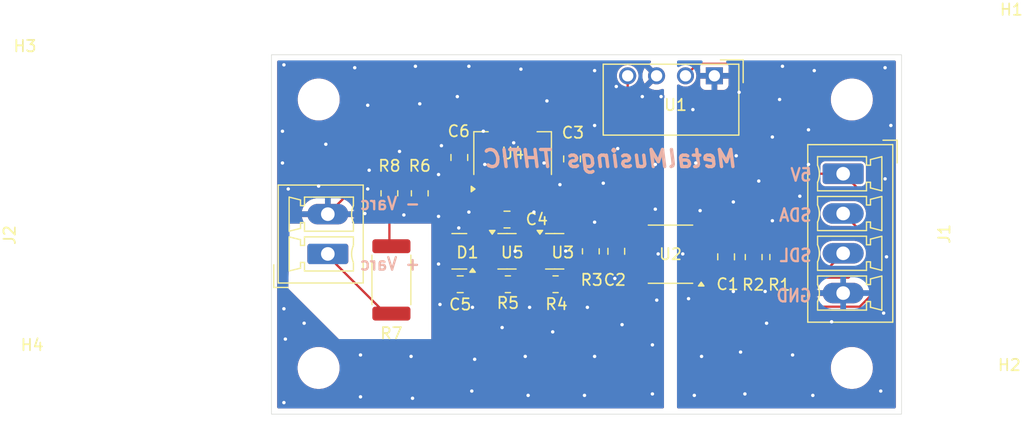
<source format=kicad_pcb>
(kicad_pcb (version 20240108) (generator "pcbnew") (generator_version "8.0")
  (title_block (comment 4 "AISLER Project ID: TCOKWDCI"))
  (layers (0 "F.Cu" signal) (31 "B.Cu" signal) (34 "B.Paste" user) (35 "F.Paste" user) (36 "B.SilkS" user "B.Silkscreen") (37 "F.SilkS" user "F.Silkscreen") (38 "B.Mask" user) (39 "F.Mask" user) (44 "Edge.Cuts" user))
  (net 0 "")
  (net 1 "GND")
  (net 2 "5V")
  (net 3 "GND_ISO")
  (net 4 "Net-(U1-+Vout)")
  (net 5 "VCC_ISO")
  (net 6 "Net-(J1-Pin_2)")
  (net 7 "Net-(J1-Pin_3)")
  (net 8 "Net-(U4-AIN)")
  (net 9 "Net-(U2-SDA2)")
  (net 10 "Net-(U2-SCL2)")
  (net 11 "Net-(D2-COM)")
  (net 12 "Net-(J2-Pin_1)")
  (net 13 "Net-(U7--)")
  (net 14 "Net-(R10-Pad2)")
  (footprint "Package_TO_SOT_SMD:SOT-23-5" (layer "F.Cu") (at 171.4985 100.6075)
    (property "Reference" "U3" (at 0.7135 0.1035 0) (layer "F.SilkS"))
    (property "Value" "MCP3221")
    (fp_line (start 0 -1.56) (end -0.8 -1.56) (stroke (width 0.12)) (layer "F.SilkS"))
    (fp_line (start 0 -1.56) (end 0.8 -1.56) (stroke (width 0.12)) (layer "F.SilkS"))
    (fp_line (start 0 1.56) (end -0.8 1.56) (stroke (width 0.12)) (layer "F.SilkS"))
    (fp_line (start 0 1.56) (end 0.8 1.56) (stroke (width 0.12)) (layer "F.SilkS"))
    (fp_poly (pts (xy -1.3 -1.51) (xy -1.54 -1.84) (xy -1.06 -1.84) (xy -1.3 -1.51)) (stroke (width 0.12)) (fill solid) (layer "F.SilkS"))
    (pad "1" smd roundrect (at -1.1375 -0.95) (size 1.325 0.6) (layers "F.Cu" "F.Paste" "F.Mask") (net 5 "VCC_ISO"))
    (pad "2" smd roundrect (at -1.1375 0) (size 1.325 0.6) (layers "F.Cu" "F.Paste" "F.Mask") (net 3 "GND_ISO"))
    (pad "3" smd roundrect (at -1.1375 0.95) (size 1.325 0.6) (layers "F.Cu" "F.Paste" "F.Mask") (net 8 "Net-(U4-AIN)"))
    (pad "4" smd roundrect (at 1.1375 0.95) (size 1.325 0.6) (layers "F.Cu" "F.Paste" "F.Mask") (net 9 "Net-(U2-SDA2)"))
    (pad "5" smd roundrect (at 1.1375 -0.95) (size 1.325 0.6) (layers "F.Cu" "F.Paste" "F.Mask") (net 10 "Net-(U2-SCL2)"))
  )
  (footprint "Package_TO_SOT_SMD:SOT-23-5" (layer "F.Cu") (at 167.3075 100.6075)
    (property "Reference" "U5" (at 0.4595 0.1035 0) (layer "F.SilkS"))
    (property "Value" "LMV321")
    (fp_line (start 0 -1.56) (end -0.8 -1.56) (stroke (width 0.12)) (layer "F.SilkS"))
    (fp_line (start 0 -1.56) (end 0.8 -1.56) (stroke (width 0.12)) (layer "F.SilkS"))
    (fp_line (start 0 1.56) (end -0.8 1.56) (stroke (width 0.12)) (layer "F.SilkS"))
    (fp_line (start 0 1.56) (end 0.8 1.56) (stroke (width 0.12)) (layer "F.SilkS"))
    (fp_poly (pts (xy -1.3 -1.51) (xy -1.54 -1.84) (xy -1.06 -1.84) (xy -1.3 -1.51)) (stroke (width 0.12)) (fill solid) (layer "F.SilkS"))
    (pad "1" smd roundrect (at -1.1375 -0.95) (size 1.325 0.6) (layers "F.Cu" "F.Paste" "F.Mask") (net 11 "Net-(D2-COM)"))
    (pad "2" smd roundrect (at -1.1375 0) (size 1.325 0.6) (layers "F.Cu" "F.Paste" "F.Mask") (net 3 "GND_ISO"))
    (pad "3" smd roundrect (at -1.1375 0.95) (size 1.325 0.6) (layers "F.Cu" "F.Paste" "F.Mask") (net 13 "Net-(U7--)"))
    (pad "4" smd roundrect (at 1.1375 0.95) (size 1.325 0.6) (layers "F.Cu" "F.Paste" "F.Mask") (net 13 "Net-(U7--)"))
    (pad "5" smd roundrect (at 1.1375 -0.95) (size 1.325 0.6) (layers "F.Cu" "F.Paste" "F.Mask") (net 5 "VCC_ISO"))
  )
  (footprint "MountingHole:MountingHole_3.2mm_M3" (layer "F.Cu") (at 197.612 87.249)
    (property "Reference" "H1" (at 14.0185 -7.9055 0) (layer "F.SilkS"))
    (property "Value" "MountingHole")
    (pad "" np_thru_hole circle (at 0 0) (size 3.2 3.2) (drill 3.2) (layers "*.Cu" "*.Mask"))
  )
  (footprint "Resistor_SMD:R_0805_2012Metric" (layer "F.Cu") (at 188.985867 101.115081 -90)
    (property "Reference" "R2" (at 2.4365 0.03875 180) (layer "F.SilkS"))
    (property "Value" "2k2")
    (fp_line (start -0.227064 0.735) (end 0.227064 0.735) (stroke (width 0.12)) (layer "F.SilkS"))
    (fp_line (start -0.227064 -0.735) (end 0.227064 -0.735) (stroke (width 0.12)) (layer "F.SilkS"))
    (pad "1" smd roundrect (at -0.9125 0 270) (size 1.025 1.4) (layers "F.Cu" "F.Paste" "F.Mask") (roundrect_rratio 0.243902) (net 2 "5V"))
    (pad "2" smd roundrect (at 0.9125 0 270) (size 1.025 1.4) (layers "F.Cu" "F.Paste" "F.Mask") (roundrect_rratio 0.243902) (net 6 "Net-(J1-Pin_2)"))
  )
  (footprint "Capacitor_SMD:C_0805_2012Metric" (layer "F.Cu") (at 163.195 103.505)
    (property "Reference" "C5" (at 0 1.778 0) (layer "F.SilkS"))
    (property "Value" "1nF")
    (fp_line (start -0.261252 -0.735) (end 0.261252 -0.735) (stroke (width 0.12)) (layer "F.SilkS"))
    (fp_line (start -0.261252 0.735) (end 0.261252 0.735) (stroke (width 0.12)) (layer "F.SilkS"))
    (pad "1" smd roundrect (at -0.95 0) (size 1 1.45) (layers "F.Cu" "F.Paste" "F.Mask") (net 11 "Net-(D2-COM)"))
    (pad "2" smd roundrect (at 0.95 0) (size 1 1.45) (layers "F.Cu" "F.Paste" "F.Mask") (net 3 "GND_ISO"))
  )
  (footprint "Package_TO_SOT_SMD:SOT-23" (layer "F.Cu") (at 163.1165 100.6075 180)
    (property "Reference" "D1" (at -0.7135 -0.1035 0) (layer "F.SilkS"))
    (property "Value" "BAT54S")
    (fp_line (start 0 1.56) (end 0.65 1.56) (stroke (width 0.12)) (layer "F.SilkS"))
    (fp_line (start 0 1.56) (end -0.65 1.56) (stroke (width 0.12)) (layer "F.SilkS"))
    (fp_line (start 0 -1.56) (end 0.65 -1.56) (stroke (width 0.12)) (layer "F.SilkS"))
    (fp_line (start 0 -1.56) (end -0.65 -1.56) (stroke (width 0.12)) (layer "F.SilkS"))
    (fp_poly (pts (xy -1.1625 -1.51) (xy -1.4025 -1.84) (xy -0.9225 -1.84) (xy -1.1625 -1.51)) (stroke (width 0.12)) (fill solid) (layer "F.SilkS"))
    (pad "1" smd roundrect (at -0.9375 -0.95 180) (size 1.475 0.6) (layers "F.Cu" "F.Paste" "F.Mask") (net 3 "GND_ISO"))
    (pad "2" smd roundrect (at -0.9375 0.95 180) (size 1.475 0.6) (layers "F.Cu" "F.Paste" "F.Mask") (net 5 "VCC_ISO"))
    (pad "3" smd roundrect (at 0.9375 0 180) (size 1.475 0.6) (layers "F.Cu" "F.Paste" "F.Mask") (net 11 "Net-(D2-COM)"))
  )
  (footprint "Capacitor_SMD:C_0805_2012Metric" (layer "F.Cu") (at 176.911 100.6075 90)
    (property "Reference" "C2" (at -2.5165 -0.127 180) (layer "F.SilkS"))
    (property "Value" "100nF")
    (fp_line (start -0.261252 -0.735) (end 0.261252 -0.735) (stroke (width 0.12)) (layer "F.SilkS"))
    (fp_line (start -0.261252 0.735) (end 0.261252 0.735) (stroke (width 0.12)) (layer "F.SilkS"))
    (pad "1" smd roundrect (at -0.95 0 90) (size 1 1.45) (layers "F.Cu" "F.Paste" "F.Mask") (net 5 "VCC_ISO"))
    (pad "2" smd roundrect (at 0.95 0 90) (size 1 1.45) (layers "F.Cu" "F.Paste" "F.Mask") (net 3 "GND_ISO"))
  )
  (footprint "Capacitor_SMD:C_0805_2012Metric" (layer "F.Cu") (at 167.3075 97.8135 180)
    (property "Reference" "C4" (at -2.6185 0.0235 180) (layer "F.SilkS"))
    (property "Value" "100nF")
    (fp_line (start -0.261252 0.735) (end 0.261252 0.735) (stroke (width 0.12)) (layer "F.SilkS"))
    (fp_line (start -0.261252 -0.735) (end 0.261252 -0.735) (stroke (width 0.12)) (layer "F.SilkS"))
    (pad "1" smd roundrect (at -0.95 0 180) (size 1 1.45) (layers "F.Cu" "F.Paste" "F.Mask") (net 5 "VCC_ISO"))
    (pad "2" smd roundrect (at 0.95 0 180) (size 1 1.45) (layers "F.Cu" "F.Paste" "F.Mask") (net 3 "GND_ISO"))
  )
  (footprint "MountingHole:MountingHole_3.2mm_M3" (layer "F.Cu") (at 150.759 87.249)
    (property "Reference" "H3" (at -25.81 -4.694 0) (layer "F.SilkS"))
    (property "Value" "MountingHole")
    (pad "" np_thru_hole circle (at 0 0) (size 3.2 3.2) (drill 3.2) (layers "*.Cu" "*.Mask"))
  )
  (footprint "Resistor_SMD:R_0805_2012Metric" (layer "F.Cu") (at 167.386 103.505 180)
    (property "Reference" "R5" (at 0 -1.65 0) (layer "F.SilkS"))
    (property "Value" "47")
    (fp_line (start -0.227064 0.735) (end 0.227064 0.735) (stroke (width 0.12)) (layer "F.SilkS"))
    (fp_line (start -0.227064 -0.735) (end 0.227064 -0.735) (stroke (width 0.12)) (layer "F.SilkS"))
    (pad "1" smd roundrect (at -0.9125 0 180) (size 1.025 1.4) (layers "F.Cu" "F.Paste" "F.Mask") (roundrect_rratio 0.243902) (net 8 "Net-(U4-AIN)"))
    (pad "2" smd roundrect (at 0.9125 0 180) (size 1.025 1.4) (layers "F.Cu" "F.Paste" "F.Mask") (roundrect_rratio 0.243902) (net 13 "Net-(U7--)"))
  )
  (footprint "Resistor_SMD:R_0805_2012Metric" (layer "F.Cu") (at 174.6735 100.6075 90)
    (property "Reference" "R3" (at -2.5165 0.0785 180) (layer "F.SilkS"))
    (property "Value" "2k2")
    (fp_line (start -0.227064 -0.735) (end 0.227064 -0.735) (stroke (width 0.12)) (layer "F.SilkS"))
    (fp_line (start -0.227064 0.735) (end 0.227064 0.735) (stroke (width 0.12)) (layer "F.SilkS"))
    (pad "1" smd roundrect (at -0.9125 0 90) (size 1.025 1.4) (layers "F.Cu" "F.Paste" "F.Mask") (roundrect_rratio 0.243902) (net 5 "VCC_ISO"))
    (pad "2" smd roundrect (at 0.9125 0 90) (size 1.025 1.4) (layers "F.Cu" "F.Paste" "F.Mask") (roundrect_rratio 0.243902) (net 10 "Net-(U2-SCL2)"))
  )
  (footprint "Package_SO:SOIC-8_3.9x4.9mm_P1.27mm" (layer "F.Cu") (at 181.675 100.8615 180)
    (property "Reference" "U2" (at 0 0 0) (layer "F.SilkS"))
    (property "Value" "ISO1540")
    (fp_line (start 0 2.56) (end 1.95 2.56) (stroke (width 0.12)) (layer "F.SilkS"))
    (fp_line (start 0 2.56) (end -1.95 2.56) (stroke (width 0.12)) (layer "F.SilkS"))
    (fp_line (start 0 -2.56) (end 1.95 -2.56) (stroke (width 0.12)) (layer "F.SilkS"))
    (fp_line (start 0 -2.56) (end -1.95 -2.56) (stroke (width 0.12)) (layer "F.SilkS"))
    (fp_poly (pts (xy -2.7 -2.465) (xy -2.94 -2.795) (xy -2.46 -2.795) (xy -2.7 -2.465)) (stroke (width 0.12)) (fill solid) (layer "F.SilkS"))
    (pad "1" smd roundrect (at -2.475 -1.905 180) (size 1.95 0.6) (layers "F.Cu" "F.Paste" "F.Mask") (net 2 "5V"))
    (pad "2" smd roundrect (at -2.475 -0.635 180) (size 1.95 0.6) (layers "F.Cu" "F.Paste" "F.Mask") (net 6 "Net-(J1-Pin_2)"))
    (pad "3" smd roundrect (at -2.475 0.635 180) (size 1.95 0.6) (layers "F.Cu" "F.Paste" "F.Mask") (net 7 "Net-(J1-Pin_3)"))
    (pad "4" smd roundrect (at -2.475 1.905 180) (size 1.95 0.6) (layers "F.Cu" "F.Paste" "F.Mask") (net 1 "GND"))
    (pad "5" smd roundrect (at 2.475 1.905 180) (size 1.95 0.6) (layers "F.Cu" "F.Paste" "F.Mask") (net 3 "GND_ISO"))
    (pad "6" smd roundrect (at 2.475 0.635 180) (size 1.95 0.6) (layers "F.Cu" "F.Paste" "F.Mask") (net 10 "Net-(U2-SCL2)"))
    (pad "7" smd roundrect (at 2.475 -0.635 180) (size 1.95 0.6) (layers "F.Cu" "F.Paste" "F.Mask") (net 9 "Net-(U2-SDA2)"))
    (pad "8" smd roundrect (at 2.475 -1.905 180) (size 1.95 0.6) (layers "F.Cu" "F.Paste" "F.Mask") (net 5 "VCC_ISO"))
  )
  (footprint "MountingHole:MountingHole_3.2mm_M3" (layer "F.Cu") (at 150.749 110.871)
    (property "Reference" "H4" (at -25.175 -2.018 0) (layer "F.SilkS"))
    (property "Value" "MountingHole")
    (pad "" np_thru_hole circle (at 0 0) (size 3.2 3.2) (drill 3.2) (layers "*.Cu" "*.Mask"))
  )
  (footprint "Resistor_SMD:R_2512_6332Metric" (layer "F.Cu") (at 157.1475 103.124 90)
    (property "Reference" "R7" (at -4.699 0 180) (layer "F.SilkS"))
    (property "Value" "100k")
    (fp_line (start -2.177064 -1.71) (end 2.177064 -1.71) (stroke (width 0.12)) (layer "F.SilkS"))
    (fp_line (start -2.177064 1.71) (end 2.177064 1.71) (stroke (width 0.12)) (layer "F.SilkS"))
    (pad "1" smd roundrect (at -2.9625 0 90) (size 1.225 3.35) (layers "F.Cu" "F.Paste" "F.Mask") (roundrect_rratio 0.204082) (net 12 "Net-(J2-Pin_1)"))
    (pad "2" smd roundrect (at 2.9625 0 90) (size 1.225 3.35) (layers "F.Cu" "F.Paste" "F.Mask") (roundrect_rratio 0.204082) (net 14 "Net-(R10-Pad2)"))
  )
  (footprint "Connector_Phoenix_MC:PhoenixContact_MCV_1,5_2-G-3.5_1x02_P3.50mm_Vertical" (layer "F.Cu") (at 151.5595 100.838 90)
    (property "Reference" "J2" (at 1.6625 -27.9615 90) (layer "F.SilkS"))
    (property "Value" "Plasma 300V")
    (fp_line (start -2.95 -4.75) (end -0.95 -4.75) (stroke (width 0.12)) (layer "F.SilkS"))
    (fp_line (start 6.06 -4.36) (end -2.56 -4.36) (stroke (width 0.12)) (layer "F.SilkS"))
    (fp_line (start -2.56 -4.36) (end -2.56 3.11) (stroke (width 0.12)) (layer "F.SilkS"))
    (fp_line (start -2.95 -3.5) (end -2.95 -4.75) (stroke (width 0.12)) (layer "F.SilkS"))
    (fp_line (start 5 -3.4) (end 4.75 -2.4) (stroke (width 0.12)) (layer "F.SilkS"))
    (fp_line (start 2 -3.4) (end 5 -3.4) (stroke (width 0.12)) (layer "F.SilkS"))
    (fp_line (start 1.5 -3.4) (end 1.25 -2.4) (stroke (width 0.12)) (layer "F.SilkS"))
    (fp_line (start -1.5 -3.4) (end 1.5 -3.4) (stroke (width 0.12)) (layer "F.SilkS"))
    (fp_line (start 4.75 -2.4) (end 4.25 -2.4) (stroke (width 0.12)) (layer "F.SilkS"))
    (fp_line (start 4.25 -2.4) (end 4.25 -2.05) (stroke (width 0.12)) (layer "F.SilkS"))
    (fp_line (start 2.75 -2.4) (end 2.25 -2.4) (stroke (width 0.12)) (layer "F.SilkS"))
    (fp_line (start 2.25 -2.4) (end 2 -3.4) (stroke (width 0.12)) (layer "F.SilkS"))
    (fp_line (start 1.25 -2.4) (end 0.75 -2.4) (stroke (width 0.12)) (layer "F.SilkS"))
    (fp_line (start 0.75 -2.4) (end 0.75 -2.05) (stroke (width 0.12)) (layer "F.SilkS"))
    (fp_line (start -0.75 -2.4) (end -1.25 -2.4) (stroke (width 0.12)) (layer "F.SilkS"))
    (fp_line (start -1.25 -2.4) (end -1.5 -3.4) (stroke (width 0.12)) (layer "F.SilkS"))
    (fp_line (start 5 -2.05) (end 5 2.25) (stroke (width 0.12)) (layer "F.SilkS"))
    (fp_line (start 4.25 -2.05) (end 5 -2.05) (stroke (width 0.12)) (layer "F.SilkS"))
    (fp_line (start 2.75 -2.05) (end 2.75 -2.4) (stroke (width 0.12)) (layer "F.SilkS"))
    (fp_line (start 2 -2.05) (end 2.75 -2.05) (stroke (width 0.12)) (layer "F.SilkS"))
    (fp_line (start 1.5 -2.05) (end 1.5 2.25) (stroke (width 0.12)) (layer "F.SilkS"))
    (fp_line (start 0.75 -2.05) (end 1.5 -2.05) (stroke (width 0.12)) (layer "F.SilkS"))
    (fp_line (start -0.75 -2.05) (end -0.75 -2.4) (stroke (width 0.12)) (layer "F.SilkS"))
    (fp_line (start -1.5 -2.05) (end -0.75 -2.05) (stroke (width 0.12)) (layer "F.SilkS"))
    (fp_line (start 5 2.25) (end 4.25 2.25) (stroke (width 0.12)) (layer "F.SilkS"))
    (fp_line (start 2.75 2.25) (end 2 2.25) (stroke (width 0.12)) (layer "F.SilkS"))
    (fp_line (start 2 2.25) (end 2 -2.05) (stroke (width 0.12)) (layer "F.SilkS"))
    (fp_line (start 1.5 2.25) (end 0.75 2.25) (stroke (width 0.12)) (layer "F.SilkS"))
    (fp_line (start -0.75 2.25) (end -1.5 2.25) (stroke (width 0.12)) (layer "F.SilkS"))
    (fp_line (start -1.5 2.25) (end -1.5 -2.05) (stroke (width 0.12)) (layer "F.SilkS"))
    (fp_line (start 6.06 3.11) (end 6.06 -4.36) (stroke (width 0.12)) (layer "F.SilkS"))
    (fp_line (start -2.56 3.11) (end 6.06 3.11) (stroke (width 0.12)) (layer "F.SilkS"))
    (fp_arc (start 2.75 2.25) (mid 3.499807 2.09191) (end 4.249647 2.249844) (stroke (width 0.12)) (layer "F.SilkS"))
    (fp_arc (start -0.75 2.25) (mid -0.000193 2.09191) (end 0.749647 2.249844) (stroke (width 0.12)) (layer "F.SilkS"))
    (pad "1" thru_hole roundrect (at 0 0 90) (size 1.8 3.6) (drill 1.2) (layers "*.Cu" "*.Mask") (roundrect_rratio 0.138889) (net 12 "Net-(J2-Pin_1)"))
    (pad "2" thru_hole oval (at 3.5 0 90) (size 1.8 3.6) (drill 1.2) (layers "*.Cu" "*.Mask") (net 3 "GND_ISO"))
  )
  (footprint "Capacitor_SMD:C_0805_2012Metric" (layer "F.Cu") (at 163.1165 92.3525 -90)
    (property "Reference" "C6" (at -2.3095 0.0485 180) (layer "F.SilkS"))
    (property "Value" "22uF Tant")
    (fp_line (start -0.261252 0.735) (end 0.261252 0.735) (stroke (width 0.12)) (layer "F.SilkS"))
    (fp_line (start -0.261252 -0.735) (end 0.261252 -0.735) (stroke (width 0.12)) (layer "F.SilkS"))
    (pad "1" smd roundrect (at -0.95 0 270) (size 1 1.45) (layers "F.Cu" "F.Paste" "F.Mask") (net 5 "VCC_ISO"))
    (pad "2" smd roundrect (at 0.95 0 270) (size 1 1.45) (layers "F.Cu" "F.Paste" "F.Mask") (net 3 "GND_ISO"))
  )
  (footprint "Capacitor_SMD:C_0805_2012Metric" (layer "F.Cu") (at 186.563 101.092 90)
    (property "Reference" "C1" (at -2.413 0.127 180) (layer "F.SilkS"))
    (property "Value" "100nF")
    (fp_line (start -0.261252 -0.735) (end 0.261252 -0.735) (stroke (width 0.12)) (layer "F.SilkS"))
    (fp_line (start -0.261252 0.735) (end 0.261252 0.735) (stroke (width 0.12)) (layer "F.SilkS"))
    (pad "1" smd roundrect (at -0.95 0 90) (size 1 1.45) (layers "F.Cu" "F.Paste" "F.Mask") (net 2 "5V"))
    (pad "2" smd roundrect (at 0.95 0 90) (size 1 1.45) (layers "F.Cu" "F.Paste" "F.Mask") (net 1 "GND"))
  )
  (footprint "Capacitor_SMD:C_0805_2012Metric" (layer "F.Cu") (at 173.0225 92.4795 90)
    (property "Reference" "C3" (at 2.3095 0.0785 180) (layer "F.SilkS"))
    (property "Value" "10uF")
    (fp_line (start -0.261252 -0.735) (end 0.261252 -0.735) (stroke (width 0.12)) (layer "F.SilkS"))
    (fp_line (start -0.261252 0.735) (end 0.261252 0.735) (stroke (width 0.12)) (layer "F.SilkS"))
    (pad "1" smd roundrect (at -0.95 0 90) (size 1 1.45) (layers "F.Cu" "F.Paste" "F.Mask") (net 4 "Net-(U1-+Vout)"))
    (pad "2" smd roundrect (at 0.95 0 90) (size 1 1.45) (layers "F.Cu" "F.Paste" "F.Mask") (net 3 "GND_ISO"))
  )
  (footprint "MountingHole:MountingHole_3.2mm_M3" (layer "F.Cu") (at 197.612 110.871)
    (property "Reference" "H2" (at 13.843 -0.254 0) (layer "F.SilkS"))
    (property "Value" "MountingHole")
    (pad "" np_thru_hole circle (at 0 0) (size 3.2 3.2) (drill 3.2) (layers "*.Cu" "*.Mask"))
  )
  (footprint "Package_TO_SOT_SMD:SOT-223-3_TabPin2" (layer "F.Cu") (at 167.8015 91.9965 90)
    (property "Reference" "U4" (at 0 0 0) (layer "F.SilkS"))
    (property "Value" "AMS1117-5")
    (fp_line (start 1.91 -3.41) (end 1.91 -2.15) (stroke (width 0.12)) (layer "F.SilkS"))
    (fp_line (start -1.85 -3.41) (end 1.91 -3.41) (stroke (width 0.12)) (layer "F.SilkS"))
    (fp_line (start 1.91 3.41) (end 1.91 2.15) (stroke (width 0.12)) (layer "F.SilkS"))
    (fp_line (start -1.85 3.41) (end 1.91 3.41) (stroke (width 0.12)) (layer "F.SilkS"))
    (fp_poly (pts (xy -3.13 -3.31) (xy -3.37 -3.64) (xy -2.89 -3.64) (xy -3.13 -3.31)) (stroke (width 0.12)) (fill solid) (layer "F.SilkS"))
    (pad "1" smd roundrect (at -3.15 -2.3 90) (size 2 1.5) (layers "F.Cu" "F.Paste" "F.Mask") (net 3 "GND_ISO"))
    (pad "2" smd roundrect (at -3.15 0 90) (size 2 1.5) (layers "F.Cu" "F.Paste" "F.Mask") (net 5 "VCC_ISO"))
    (pad "2" smd roundrect (at 3.15 0 90) (size 2 3.8) (layers "F.Cu" "F.Paste" "F.Mask") (net 5 "VCC_ISO"))
    (pad "3" smd roundrect (at -3.15 2.3 90) (size 2 1.5) (layers "F.Cu" "F.Paste" "F.Mask") (net 4 "Net-(U1-+Vout)"))
  )
  (footprint "Resistor_SMD:R_0805_2012Metric" (layer "F.Cu") (at 156.972 95.504 90)
    (property "Reference" "R8" (at 2.413 0 180) (layer "F.SilkS"))
    (property "Value" "2k7")
    (fp_line (start -0.227064 -0.735) (end 0.227064 -0.735) (stroke (width 0.12)) (layer "F.SilkS"))
    (fp_line (start -0.227064 0.735) (end 0.227064 0.735) (stroke (width 0.12)) (layer "F.SilkS"))
    (pad "1" smd roundrect (at -0.9125 0 90) (size 1.025 1.4) (layers "F.Cu" "F.Paste" "F.Mask") (roundrect_rratio 0.243902) (net 14 "Net-(R10-Pad2)"))
    (pad "2" smd roundrect (at 0.9125 0 90) (size 1.025 1.4) (layers "F.Cu" "F.Paste" "F.Mask") (roundrect_rratio 0.243902) (net 3 "GND_ISO"))
  )
  (footprint "Resistor_SMD:R_0805_2012Metric" (layer "F.Cu") (at 171.577 103.505)
    (property "Reference" "R4" (at 0.0785 1.7545 0) (layer "F.SilkS"))
    (property "Value" "2k2")
    (fp_line (start -0.227064 -0.735) (end 0.227064 -0.735) (stroke (width 0.12)) (layer "F.SilkS"))
    (fp_line (start -0.227064 0.735) (end 0.227064 0.735) (stroke (width 0.12)) (layer "F.SilkS"))
    (pad "1" smd roundrect (at -0.9125 0) (size 1.025 1.4) (layers "F.Cu" "F.Paste" "F.Mask") (roundrect_rratio 0.243902) (net 5 "VCC_ISO"))
    (pad "2" smd roundrect (at 0.9125 0) (size 1.025 1.4) (layers "F.Cu" "F.Paste" "F.Mask") (roundrect_rratio 0.243902) (net 9 "Net-(U2-SDA2)"))
  )
  (footprint "Converter_DCDC:Converter_DCDC_TRACO_TEA1-xxxx_THT" (layer "F.Cu") (at 185.5315 85.1645 -90)
    (property "Reference" "U1" (at 2.569 3.4135 0) (layer "F.SilkS"))
    (property "Value" "B0509S-1WR3")
    (fp_line (start -1.02 9.77) (end 5.22 9.77) (stroke (width 0.12)) (layer "F.SilkS"))
    (fp_line (start -1.4 -0.53) (end -1.4 -2.53) (stroke (width 0.12)) (layer "F.SilkS"))
    (fp_line (start -1.02 -2.15) (end -1.02 9.77) (stroke (width 0.12)) (layer "F.SilkS"))
    (fp_line (start -1.02 -2.15) (end 5.22 -2.15) (stroke (width 0.12)) (layer "F.SilkS"))
    (fp_line (start 5.22 -2.15) (end 5.22 9.77) (stroke (width 0.12)) (layer "F.SilkS"))
    (fp_line (start -1.4 -2.53) (end 0.6 -2.53) (stroke (width 0.12)) (layer "F.SilkS"))
    (pad "1" thru_hole rect (at 0 0 270) (size 1.5 1.5) (drill 1) (layers "*.Cu" "*.Mask") (net 1 "GND"))
    (pad "2" thru_hole circle (at 0 2.54 270) (size 1.5 1.5) (drill 1) (layers "*.Cu" "*.Mask") (net 2 "5V"))
    (pad "3" thru_hole circle (at 0 5.08 270) (size 1.5 1.5) (drill 1) (layers "*.Cu" "*.Mask") (net 3 "GND_ISO"))
    (pad "4" thru_hole circle (at 0 7.62 270) (size 1.5 1.5) (drill 1) (layers "*.Cu" "*.Mask") (net 4 "Net-(U1-+Vout)"))
  )
  (footprint "Resistor_SMD:R_0805_2012Metric" (layer "F.Cu") (at 191.144867 101.115081 -90)
    (property "Reference" "R1" (at 2.4365 -0.08825 180) (layer "F.SilkS"))
    (property "Value" "2k2")
    (fp_line (start -0.227064 0.735) (end 0.227064 0.735) (stroke (width 0.12)) (layer "F.SilkS"))
    (fp_line (start -0.227064 -0.735) (end 0.227064 -0.735) (stroke (width 0.12)) (layer "F.SilkS"))
    (pad "1" smd roundrect (at -0.9125 0 270) (size 1.025 1.4) (layers "F.Cu" "F.Paste" "F.Mask") (roundrect_rratio 0.243902) (net 2 "5V"))
    (pad "2" smd roundrect (at 0.9125 0 270) (size 1.025 1.4) (layers "F.Cu" "F.Paste" "F.Mask") (roundrect_rratio 0.243902) (net 7 "Net-(J1-Pin_3)"))
  )
  (footprint "Connector_Phoenix_MC:PhoenixContact_MCV_1,5_4-G-3.5_1x04_P3.50mm_Vertical" (layer "F.Cu") (at 196.85 93.782 -90)
    (property "Reference" "J1" (at 5.293 -8.89 90) (layer "F.SilkS"))
    (property "Value" "Conn_01x04_Pin")
    (fp_line (start -2.56 3.11) (end 13.06 3.11) (stroke (width 0.12)) (layer "F.SilkS"))
    (fp_line (start 13.06 3.11) (end 13.06 -4.36) (stroke (width 0.12)) (layer "F.SilkS"))
    (fp_line (start -1.5 2.25) (end -1.5 -2.05) (stroke (width 0.12)) (layer "F.SilkS"))
    (fp_line (start -0.75 2.25) (end -1.5 2.25) (stroke (width 0.12)) (layer "F.SilkS"))
    (fp_line (start 1.5 2.25) (end 0.75 2.25) (stroke (width 0.12)) (layer "F.SilkS"))
    (fp_line (start 2 2.25) (end 2 -2.05) (stroke (width 0.12)) (layer "F.SilkS"))
    (fp_line (start 2.75 2.25) (end 2 2.25) (stroke (width 0.12)) (layer "F.SilkS"))
    (fp_line (start 5 2.25) (end 4.25 2.25) (stroke (width 0.12)) (layer "F.SilkS"))
    (fp_line (start 5.5 2.25) (end 5.5 -2.05) (stroke (width 0.12)) (layer "F.SilkS"))
    (fp_line (start 6.25 2.25) (end 5.5 2.25) (stroke (width 0.12)) (layer "F.SilkS"))
    (fp_line (start 8.5 2.25) (end 7.75 2.25) (stroke (width 0.12)) (layer "F.SilkS"))
    (fp_line (start 9 2.25) (end 9 -2.05) (stroke (width 0.12)) (layer "F.SilkS"))
    (fp_line (start 9.75 2.25) (end 9 2.25) (stroke (width 0.12)) (layer "F.SilkS"))
    (fp_line (start 12 2.25) (end 11.25 2.25) (stroke (width 0.12)) (layer "F.SilkS"))
    (fp_line (start -1.5 -2.05) (end -0.75 -2.05) (stroke (width 0.12)) (layer "F.SilkS"))
    (fp_line (start -0.75 -2.05) (end -0.75 -2.4) (stroke (width 0.12)) (layer "F.SilkS"))
    (fp_line (start 0.75 -2.05) (end 1.5 -2.05) (stroke (width 0.12)) (layer "F.SilkS"))
    (fp_line (start 1.5 -2.05) (end 1.5 2.25) (stroke (width 0.12)) (layer "F.SilkS"))
    (fp_line (start 2 -2.05) (end 2.75 -2.05) (stroke (width 0.12)) (layer "F.SilkS"))
    (fp_line (start 2.75 -2.05) (end 2.75 -2.4) (stroke (width 0.12)) (layer "F.SilkS"))
    (fp_line (start 4.25 -2.05) (end 5 -2.05) (stroke (width 0.12)) (layer "F.SilkS"))
    (fp_line (start 5 -2.05) (end 5 2.25) (stroke (width 0.12)) (layer "F.SilkS"))
    (fp_line (start 5.5 -2.05) (end 6.25 -2.05) (stroke (width 0.12)) (layer "F.SilkS"))
    (fp_line (start 6.25 -2.05) (end 6.25 -2.4) (stroke (width 0.12)) (layer "F.SilkS"))
    (fp_line (start 7.75 -2.05) (end 8.5 -2.05) (stroke (width 0.12)) (layer "F.SilkS"))
    (fp_line (start 8.5 -2.05) (end 8.5 2.25) (stroke (width 0.12)) (layer "F.SilkS"))
    (fp_line (start 9 -2.05) (end 9.75 -2.05) (stroke (width 0.12)) (layer "F.SilkS"))
    (fp_line (start 9.75 -2.05) (end 9.75 -2.4) (stroke (width 0.12)) (layer "F.SilkS"))
    (fp_line (start 11.25 -2.05) (end 12 -2.05) (stroke (width 0.12)) (layer "F.SilkS"))
    (fp_line (start 12 -2.05) (end 12 2.25) (stroke (width 0.12)) (layer "F.SilkS"))
    (fp_line (start -1.25 -2.4) (end -1.5 -3.4) (stroke (width 0.12)) (layer "F.SilkS"))
    (fp_line (start -0.75 -2.4) (end -1.25 -2.4) (stroke (width 0.12)) (layer "F.SilkS"))
    (fp_line (start 0.75 -2.4) (end 0.75 -2.05) (stroke (width 0.12)) (layer "F.SilkS"))
    (fp_line (start 1.25 -2.4) (end 0.75 -2.4) (stroke (width 0.12)) (layer "F.SilkS"))
    (fp_line (start 2.25 -2.4) (end 2 -3.4) (stroke (width 0.12)) (layer "F.SilkS"))
    (fp_line (start 2.75 -2.4) (end 2.25 -2.4) (stroke (width 0.12)) (layer "F.SilkS"))
    (fp_line (start 4.25 -2.4) (end 4.25 -2.05) (stroke (width 0.12)) (layer "F.SilkS"))
    (fp_line (start 4.75 -2.4) (end 4.25 -2.4) (stroke (width 0.12)) (layer "F.SilkS"))
    (fp_line (start 5.75 -2.4) (end 5.5 -3.4) (stroke (width 0.12)) (layer "F.SilkS"))
    (fp_line (start 6.25 -2.4) (end 5.75 -2.4) (stroke (width 0.12)) (layer "F.SilkS"))
    (fp_line (start 7.75 -2.4) (end 7.75 -2.05) (stroke (width 0.12)) (layer "F.SilkS"))
    (fp_line (start 8.25 -2.4) (end 7.75 -2.4) (stroke (width 0.12)) (layer "F.SilkS"))
    (fp_line (start 9.25 -2.4) (end 9 -3.4) (stroke (width 0.12)) (layer "F.SilkS"))
    (fp_line (start 9.75 -2.4) (end 9.25 -2.4) (stroke (width 0.12)) (layer "F.SilkS"))
    (fp_line (start 11.25 -2.4) (end 11.25 -2.05) (stroke (width 0.12)) (layer "F.SilkS"))
    (fp_line (start 11.75 -2.4) (end 11.25 -2.4) (stroke (width 0.12)) (layer "F.SilkS"))
    (fp_line (start -1.5 -3.4) (end 1.5 -3.4) (stroke (width 0.12)) (layer "F.SilkS"))
    (fp_line (start 1.5 -3.4) (end 1.25 -2.4) (stroke (width 0.12)) (layer "F.SilkS"))
    (fp_line (start 2 -3.4) (end 5 -3.4) (stroke (width 0.12)) (layer "F.SilkS"))
    (fp_line (start 5 -3.4) (end 4.75 -2.4) (stroke (width 0.12)) (layer "F.SilkS"))
    (fp_line (start 5.5 -3.4) (end 8.5 -3.4) (stroke (width 0.12)) (layer "F.SilkS"))
    (fp_line (start 8.5 -3.4) (end 8.25 -2.4) (stroke (width 0.12)) (layer "F.SilkS"))
    (fp_line (start 9 -3.4) (end 12 -3.4) (stroke (width 0.12)) (layer "F.SilkS"))
    (fp_line (start 12 -3.4) (end 11.75 -2.4) (stroke (width 0.12)) (layer "F.SilkS"))
    (fp_line (start -2.95 -3.5) (end -2.95 -4.75) (stroke (width 0.12)) (layer "F.SilkS"))
    (fp_line (start -2.56 -4.36) (end -2.56 3.11) (stroke (width 0.12)) (layer "F.SilkS"))
    (fp_line (start 13.06 -4.36) (end -2.56 -4.36) (stroke (width 0.12)) (layer "F.SilkS"))
    (fp_line (start -2.95 -4.75) (end -0.95 -4.75) (stroke (width 0.12)) (layer "F.SilkS"))
    (fp_arc (start -0.75 2.25) (mid -0.000193 2.09191) (end 0.749647 2.249844) (stroke (width 0.12)) (layer "F.SilkS"))
    (fp_arc (start 2.75 2.25) (mid 3.499807 2.09191) (end 4.249647 2.249844) (stroke (width 0.12)) (layer "F.SilkS"))
    (fp_arc (start 6.25 2.25) (mid 6.999807 2.09191) (end 7.749647 2.249844) (stroke (width 0.12)) (layer "F.SilkS"))
    (fp_arc (start 9.75 2.25) (mid 10.499807 2.09191) (end 11.249647 2.249844) (stroke (width 0.12)) (layer "F.SilkS"))
    (pad "1" thru_hole roundrect (at 0 0 270) (size 1.8 3.6) (drill 1.2) (layers "*.Cu" "*.Mask") (roundrect_rratio 0.138889) (net 2 "5V"))
    (pad "2" thru_hole oval (at 3.5 0 270) (size 1.8 3.6) (drill 1.2) (layers "*.Cu" "*.Mask") (net 6 "Net-(J1-Pin_2)"))
    (pad "3" thru_hole oval (at 7 0 270) (size 1.8 3.6) (drill 1.2) (layers "*.Cu" "*.Mask") (net 7 "Net-(J1-Pin_3)"))
    (pad "4" thru_hole oval (at 10.5 0 270) (size 1.8 3.6) (drill 1.2) (layers "*.Cu" "*.Mask") (net 1 "GND"))
  )
  (footprint "Resistor_SMD:R_0805_2012Metric" (layer "F.Cu") (at 159.639 95.504 -90)
    (property "Reference" "R6" (at -2.413 0 0) (layer "F.SilkS"))
    (property "Value" "10k")
    (fp_line (start -0.227064 0.735) (end 0.227064 0.735) (stroke (width 0.12)) (layer "F.SilkS"))
    (fp_line (start -0.227064 -0.735) (end 0.227064 -0.735) (stroke (width 0.12)) (layer "F.SilkS"))
    (pad "1" smd roundrect (at -0.9125 0 270) (size 1.025 1.4) (layers "F.Cu" "F.Paste" "F.Mask") (roundrect_rratio 0.243902) (net 11 "Net-(D2-COM)"))
    (pad "2" smd roundrect (at 0.9125 0 270) (size 1.025 1.4) (layers "F.Cu" "F.Paste" "F.Mask") (roundrect_rratio 0.243902) (net 14 "Net-(R10-Pad2)"))
  )
  (gr_rect (start 146.6065 83.312) (end 201.9785 114.935) (stroke (width 0.05)) (fill none) (layer "Edge.Cuts"))
  (gr_text "MetalMusings THTIC" (at 187.706 93.345 0) (layer "B.SilkS") (effects (font (size 1.5 1.5) (thickness 0.3) (bold yes) (italic yes)) (justify left bottom mirror)))
  (gr_text "- Varc\n\n\n+ Varc\n" (at 159.766 102.362 0) (layer "B.SilkS") (effects (font (size 1.1 1) (thickness 0.2) (bold yes)) (justify left bottom mirror)))
  (gr_text "5V\n\nSDA\n\nSDL\n\nGND" (at 194.183 105.156 0) (layer "B.SilkS") (effects (font (size 1.1 1) (thickness 0.2) (bold yes)) (justify left bottom mirror)))
  (segment (start 185.3775 98.9565) (end 186.563 100.142) (width 0.2) (layer "F.Cu") (net 1))
  (segment (start 185.5315 98.8025) (end 185.3775 98.9565) (width 0.2) (layer "F.Cu") (net 1))
  (segment (start 185.5315 85.1645) (end 185.5315 98.8025) (width 0.2) (layer "F.Cu") (net 1))
  (segment (start 184.15 98.9565) (end 185.3775 98.9565) (width 0.2) (layer "F.Cu") (net 1))
  (via (at 191.516 84.328) (size 0.6) (drill 0.3) (layers "F.Cu" "B.Cu") (net 1))
  (via (at 188.214 113.157) (size 0.6) (drill 0.3) (layers "F.Cu" "B.Cu") (net 1))
  (via (at 187.833 109.474) (size 0.6) (drill 0.3) (layers "F.Cu" "B.Cu") (net 1))
  (via (at 200.152 112.903) (size 0.6) (drill 0.3) (layers "F.Cu" "B.Cu") (net 1))
  (via (at 187.706 86.614) (size 0.6) (drill 0.3) (layers "F.Cu" "B.Cu") (net 1))
  (via (at 189.43288 94.424882) (size 0.6) (drill 0.3) (layers "F.Cu" "B.Cu") (net 1))
  (via (at 201.041 89.535) (size 0.6) (drill 0.3) (layers "F.Cu" "B.Cu") (net 1))
  (via (at 193.04 95.758) (size 0.6) (drill 0.3) (layers "F.Cu" "B.Cu") (net 1))
  (via (at 183.769 113.284) (size 0.6) (drill 0.3) (layers "F.Cu" "B.Cu") (net 1))
  (via (at 200.533 84.455) (size 0.6) (drill 0.3) (layers "F.Cu" "B.Cu") (net 1))
  (via (at 200.533 94.234) (size 0.6) (drill 0.3) (layers "F.Cu" "B.Cu") (net 1))
  (via (at 184.277 97.028) (size 0.6) (drill 0.3) (layers "F.Cu" "B.Cu") (net 1))
  (via (at 191.262 87.249) (size 0.6) (drill 0.3) (layers "F.Cu" "B.Cu") (net 1))
  (via (at 190.627 97.917) (size 0.6) (drill 0.3) (layers "F.Cu" "B.Cu") (net 1))
  (via (at 200.66 101.092) (size 0.6) (drill 0.3) (layers "F.Cu" "B.Cu") (net 1))
  (via (at 200.406 106.045) (size 0.6) (drill 0.3) (layers "F.Cu" "B.Cu") (net 1))
  (via (at 184.404 109.855) (size 0.6) (drill 0.3) (layers "F.Cu" "B.Cu") (net 1))
  (via (at 192.405 109.728) (size 0.6) (drill 0.3) (layers "F.Cu" "B.Cu") (net 1))
  (via (at 187.452 92.202) (size 0.6) (drill 0.3) (layers "F.Cu" "B.Cu") (net 1))
  (via (at 187.198 104.14) (size 0.6) (drill 0.3) (layers "F.Cu" "B.Cu") (net 1))
  (via (at 183.642 88.138) (size 0.6) (drill 0.3) (layers "F.Cu" "B.Cu") (net 1))
  (via (at 189.992 104.14) (size 0.6) (drill 0.3) (layers "F.Cu" "B.Cu") (net 1))
  (via (at 190.627 90.551) (size 0.6) (drill 0.3) (layers "F.Cu" "B.Cu") (net 1))
  (via (at 187.198 96.266) (size 0.6) (drill 0.3) (layers "F.Cu" "B.Cu") (net 1))
  (via (at 193.802 89.916) (size 0.6) (drill 0.3) (layers "F.Cu" "B.Cu") (net 1))
  (via (at 182.753 100.838) (size 0.6) (drill 0.3) (layers "F.Cu" "B.Cu") (net 1))
  (via (at 194.183 113.284) (size 0.6) (drill 0.3) (layers "F.Cu" "B.Cu") (net 1))
  (via (at 194.31 84.709) (size 0.6) (drill 0.3) (layers "F.Cu" "B.Cu") (net 1))
  (via (at 190.119 106.934) (size 0.6) (drill 0.3) (layers "F.Cu" "B.Cu") (net 1))
  (via (at 183.896 92.837) (size 0.6) (drill 0.3) (layers "F.Cu" "B.Cu") (net 1))
  (via (at 193.802 92.964) (size 0.6) (drill 0.3) (layers "F.Cu" "B.Cu") (net 1))
  (via (at 195.834 106.807) (size 0.6) (drill 0.3) (layers "F.Cu" "B.Cu") (net 1))
  (via (at 183.261 104.775) (size 0.6) (drill 0.3) (layers "F.Cu" "B.Cu") (net 1))
  (segment (start 194.183 104.267) (end 194.198 104.282) (width 0.2) (layer "B.Cu") (net 1))
  (segment (start 194.198 104.282) (end 196.85 104.282) (width 0.2) (layer "B.Cu") (net 1))
  (segment (start 194.183 101.615) (end 185.5315 92.9635) (width 0.2) (layer "B.Cu") (net 1))
  (segment (start 185.5315 92.9635) (end 185.5315 85.1645) (width 0.2) (layer "B.Cu") (net 1))
  (segment (start 194.183 104.267) (end 194.183 101.615) (width 0.2) (layer "B.Cu") (net 1))
  (segment (start 199.39 104.394) (end 199.39 96.322) (width 0.2) (layer "F.Cu") (net 2))
  (segment (start 188.98088 93.782) (end 188.78288 93.98) (width 0.2) (layer "F.Cu") (net 2))
  (segment (start 196.85 93.782) (end 188.98088 93.782) (width 0.2) (layer "F.Cu") (net 2))
  (segment (start 189.01475 100.283) (end 191.17375 100.283) (width 0.2) (layer "F.Cu") (net 2))
  (segment (start 190.003 105.482) (end 198.302 105.482) (width 0.2) (layer "F.Cu") (net 2))
  (segment (start 184.15 102.7665) (end 185.8385 102.7665) (width 0.2) (layer "F.Cu") (net 2))
  (segment (start 188.78288 84.76988) (end 188.78288 93.98) (width 0.2) (layer "F.Cu") (net 2))
  (segment (start 198.302 105.482) (end 199.39 104.394) (width 0.2) (layer "F.Cu") (net 2))
  (segment (start 188.78288 100.05113) (end 189.01475 100.283) (width 0.2) (layer "F.Cu") (net 2))
  (segment (start 188.1275 84.1145) (end 188.78288 84.76988) (width 0.2) (layer "F.Cu") (net 2))
  (segment (start 188.78288 93.98) (end 188.78288 100.05113) (width 0.2) (layer "F.Cu") (net 2))
  (segment (start 199.39 96.322) (end 196.85 93.782) (width 0.2) (layer "F.Cu") (net 2))
  (segment (start 182.9915 85.1645) (end 184.0415 84.1145) (width 0.2) (layer "F.Cu") (net 2))
  (segment (start 186.563 102.042) (end 190.003 105.482) (width 0.2) (layer "F.Cu") (net 2))
  (segment (start 185.8385 102.7665) (end 186.563 102.042) (width 0.2) (layer "F.Cu") (net 2))
  (segment (start 184.0415 84.1145) (end 188.1275 84.1145) (width 0.2) (layer "F.Cu") (net 2))
  (segment (start 164.8695 97.8135) (end 164.592 97.536) (width 0.2) (layer "F.Cu") (net 3))
  (segment (start 159.2912 92.2723) (end 162.0864 92.2723) (width 0.2) (layer "F.Cu") (net 3))
  (segment (start 147.701 104.394) (end 147.701 98.171) (width 0.2) (layer "F.Cu") (net 3))
  (segment (start 164.145 103.505) (end 164.272 103.632) (width 0.2) (layer "F.Cu") (net 3))
  (segment (start 178.4985 97.0915) (end 176.911 98.679) (width 0.2) (layer "F.Cu") (net 3))
  (segment (start 148.534 97.338) (end 151.5595 97.338) (width 0.2) (layer "F.Cu") (net 3))
  (segment (start 179.361 84.074) (end 180.4515 85.1645) (width 0.2) (layer "F.Cu") (net 3))
  (segment (start 176.911 98.679) (end 176.911 99.6575) (width 0.2) (layer "F.Cu") (net 3))
  (segment (start 173.0225 88.568575) (end 177.517075 84.074) (width 0.2) (layer "F.Cu") (net 3))
  (segment (start 179.197 86.419) (end 179.197 86.995) (width 0.2) (layer "F.Cu") (net 3))
  (segment (start 156.972 94.5915) (end 159.2912 92.2723) (width 0.2) (layer "F.Cu") (net 3))
  (segment (start 169.5367 87.5235) (end 165.4377 87.5235) (width 0.2) (layer "F.Cu") (net 3))
  (segment (start 162.0864 92.2723) (end 163.1165 93.3024) (width 0.2) (layer "F.Cu") (net 3))
  (segment (start 151.5595 97.338) (end 154.306 94.5915) (width 0.2) (layer "F.Cu") (net 3))
  (segment (start 179.197 98.9535) (end 179.2 98.9565) (width 0.2) (layer "F.Cu") (net 3))
  (segment (start 164.272 105.537) (end 164.272 107.889) (width 0.2) (layer "F.Cu") (net 3))
  (segment (start 166.17 100.6075) (end 168.021 100.6075) (width 0.2) (layer "F.Cu") (net 3))
  (segment (start 173.0225 91.5295) (end 173.0225 88.568575) (width 0.2) (layer "F.Cu") (net 3))
  (segment (start 165.5015 96.6265) (end 164.592 97.536) (width 0.2) (layer "F.Cu") (net 3))
  (segment (start 177.517075 84.074) (end 179.361 84.074) (width 0.2) (layer "F.Cu") (net 3))
  (segment (start 164.272 107.889) (end 163.068 109.093) (width 0.2) (layer "F.Cu") (net 3))
  (segment (start 173.0225 91.5295) (end 173.0225 91.0093) (width 0.2) (layer "F.Cu") (net 3))
  (segment (start 164.272 103.632) (end 164.272 105.537) (width 0.2) (layer "F.Cu") (net 3))
  (segment (start 154.306 94.5915) (end 156.972 94.5915) (width 0.2) (layer "F.Cu") (net 3))
  (segment (start 166.17 100.6075) (end 165.222 100.6075) (width 0.2) (layer "F.Cu") (net 3))
  (segment (start 166.3575 97.8135) (end 164.8695 97.8135) (width 0.2) (layer "F.Cu") (net 3))
  (segment (start 147.701 98.171) (end 148.534 97.338) (width 0.2) (layer "F.Cu") (net 3))
  (segment (start 162.0864 90.8748) (end 162.0864 92.2723) (width 0.2) (layer "F.Cu") (net 3))
  (segment (start 163.068 109.093) (end 152.4 109.093) (width 0.2) (layer "F.Cu") (net 3))
  (segment (start 180.4515 85.1645) (end 179.197 86.419) (width 0.2) (layer "F.Cu") (net 3))
  (segment (start 173.0225 91.0093) (end 169.5367 87.5235) (width 0.2) (layer "F.Cu") (net 3))
  (segment (start 179.197 86.995) (end 179.197 98.9535) (width 0.2) (layer "F.Cu") (net 3))
  (segment (start 165.5015 95.1465) (end 165.5015 96.6265) (width 0.2) (layer "F.Cu") (net 3))
  (segment (start 179.2 98.9565) (end 179.2 97.793) (width 0.2) (layer "F.Cu") (net 3))
  (segment (start 168.021 100.6075) (end 170.361 100.6075) (width 0.2) (layer "F.Cu") (net 3))
  (segment (start 164.145 101.6845) (end 164.145 103.505) (width 0.2) (layer "F.Cu") (net 3))
  (segment (start 164.9605 95.1465) (end 163.1165 93.3025) (width 0.2) (layer "F.Cu") (net 3))
  (segment (start 165.222 100.6075) (end 164.145 101.6845) (width 0.2) (layer "F.Cu") (net 3))
  (segment (start 179.2 97.793) (end 178.4985 97.0915) (width 0.2) (layer "F.Cu") (net 3))
  (segment (start 152.4 109.093) (end 147.701 104.394) (width 0.2) (layer "F.Cu") (net 3))
  (segment (start 165.4377 87.5235) (end 162.0864 90.8748) (width 0.2) (layer "F.Cu") (net 3))
  (via (at 155.067 95.123) (size 0.6) (drill 0.3) (layers "F.Cu" "B.Cu") (net 3))
  (via (at 161.417 105.283) (size 0.6) (drill 0.3) (layers "F.Cu" "B.Cu") (net 3))
  (via (at 165.227 90.043) (size 0.6) (drill 0.3) (layers "F.Cu" "B.Cu") (net 3))
  (via (at 179.197 86.995) (size 0.6) (drill 0.3) (layers "F.Cu" "B.Cu") (net 3))
  (via (at 168.529 84.582) (size 0.6) (drill 0.3) (layers "F.Cu" "B.Cu") (net 3))
  (via (at 154.432 109.728) (size 0.6) (drill 0.3) (layers "F.Cu" "B.Cu") (net 3))
  (via (at 164.211 112.903) (size 0.6) (drill 0.3) (layers "F.Cu" "B.Cu") (net 3))
  (via (at 153.924 84.455) (size 0.6) (drill 0.3) (layers "F.Cu" "B.Cu") (net 3))
  (via (at 175.006 84.709) (size 0.6) (drill 0.3) (layers "F.Cu" "B.Cu") (net 3))
  (via (at 155.194 93.472) (size 0.6) (drill 0.3) (layers "F.Cu" "B.Cu") (net 3))
  (via (at 164.272 105.537) (size 0.6) (drill 0.3) (layers "F.Cu" "B.Cu") (net 3))
  (via (at 169.672 97.155) (size 0.6) (drill 0.3) (layers "F.Cu" "B.Cu") (net 3))
  (via (at 151.384 91.186) (size 0.6) (drill 0.3) (layers "F.Cu" "B.Cu") (net 3))
  (via (at 147.701 84.201) (size 0.6) (drill 0.3) (layers "F.Cu" "B.Cu") (net 3))
  (via (at 180.086 108.839) (size 0.6) (drill 0.3) (layers "F.Cu" "B.Cu") (net 3))
  (via (at 154.813 97.282) (size 0.6) (drill 0.3) (layers "F.Cu" "B.Cu") (net 3))
  (via (at 175.768 94.615) (size 0.6) (drill 0.3) (layers "F.Cu" "B.Cu") (net 3))
  (via (at 174.117 113.284) (size 0.6) (drill 0.3) (layers "F.Cu" "B.Cu") (net 3))
  (via (at 180.34 92.964) (size 0.6) (drill 0.3) (layers "F.Cu" "B.Cu") (net 3))
  (via (at 159.004 113.538) (size 0.6) (drill 0.3) (layers "F.Cu" "B.Cu") (net 3))
  (via (at 147.828 108.331) (size 0.6) (drill 0.3) (layers "F.Cu" "B.Cu") (net 3))
  (via (at 163.068 98.552) (size 0.6) (drill 0.3) (layers "F.Cu" "B.Cu") (net 3))
  (via (at 170.561 92.837) (size 0.6) (drill 0.3) (layers "F.Cu" "B.Cu") (net 3))
  (via (at 163.957 97.155) (size 0.6) (drill 0.3) (layers "F.Cu" "B.Cu") (net 3))
  (via (at 169.291 105.537) (size 0.6) (drill 0.3) (layers "F.Cu" "B.Cu") (net 3))
  (via (at 180.848 86.995) (size 0.6) (drill 0.3) (layers "F.Cu" "B.Cu") (net 3))
  (via (at 165.354 92.964) (size 0.6) (drill 0.3) (layers "F.Cu" "B.Cu") (net 3))
  (via (at 175.006 109.855) (size 0.6) (drill 0.3) (layers "F.Cu" "B.Cu") (net 3))
  (via (at 180.467 104.902) (size 0.6) (drill 0.3) (layers "F.Cu" "B.Cu") (net 3))
  (via (at 158.877 109.855) (size 0.6) (drill 0.3) (layers "F.Cu" "B.Cu") (net 3))
  (via (at 149.479 106.934) (size 0.6) (drill 0.3) (layers "F.Cu" "B.Cu") (net 3))
  (via (at 170.815 87.376) (size 0.6) (drill 0.3) (layers "F.Cu" "B.Cu") (net 3))
  (via (at 161.29 97.536) (size 0.6) (drill 0.3) (layers "F.Cu" "B.Cu") (net 3))
  (via (at 177.038 91.567) (size 0.6) (drill 0.3) (layers "F.Cu" "B.Cu") (net 3))
  (via (at 162.941 86.995) (size 0.6) (drill 0.3) (layers "F.Cu" "B.Cu") (net 3))
  (via (at 169.164 113.284) (size 0.6) (drill 0.3) (layers "F.Cu" "B.Cu") (net 3))
  (via (at 175.006 89.535) (size 0.6) (drill 0.3) (layers "F.Cu" "B.Cu") (net 3))
  (via (at 175.006 98.044) (size 0.6) (drill 0.3) (layers "F.Cu" "B.Cu") (net 3))
  (via (at 166.878 107.315) (size 0.6) (drill 0.3) (layers "F.Cu" "B.Cu") (net 3))
  (via (at 154.432 113.411) (size 0.6) (drill 0.3) (layers "F.Cu" "B.Cu") (net 3))
  (via (at 171.958 94.742) (size 0.6) (drill 0.3) (layers "F.Cu" "B.Cu") (net 3))
  (via (at 176.784 102.997) (size 0.6) (drill 0.3) (layers "F.Cu" "B.Cu") (net 3))
  (via (at 167.894 91.059) (size 0.6) (drill 0.3) (layers "F.Cu" "B.Cu") (net 3))
  (via (at 147.574 92.837) (size 0.6) (drill 0.3) (layers "F.Cu" "B.Cu") (net 3))
  (via (at 174.371 105.537) (size 0.6) (drill 0.3) (layers "F.Cu" "B.Cu") (net 3))
  (via (at 158.242 97.409) (size 0.6) (drill 0.3) (layers "F.Cu" "B.Cu") (net 3))
  (via (at 159.258 84.328) (size 0.6) (drill 0.3) (layers "F.Cu" "B.Cu") (net 3))
  (via (at 180.34 96.901) (size 0.6) (drill 0.3) (layers "F.Cu" "B.Cu") (net 3))
  (via (at 147.701 113.919) (size 0.6) (drill 0.3) (layers "F.Cu" "B.Cu") (net 3))
  (via (at 177.419 107.061) (size 0.6) (drill 0.3) (layers "F.Cu" "B.Cu") (net 3))
  (via (at 161.29 93.853) (size 0.6) (drill 0.3) (layers "F.Cu" "B.Cu") (net 3))
  (via (at 159.639 87.63) (size 0.6) (drill 0.3) (layers "F.Cu" "B.Cu") (net 3))
  (via (at 161.544 91.313) (size 0.6) (drill 0.3) (layers "F.Cu" "B.Cu") (net 3))
  (via (at 148.082 95.123) (size 0.6) (drill 0.3) (layers "F.Cu" "B.Cu") (net 3))
  (via (at 163.957 84.328) (size 0.6) (drill 0.3) (layers "F.Cu" "B.Cu") (net 3))
  (via (at 168.91 109.855) (size 0.6) (drill 0.3) (layers "F.Cu" "B.Cu") (net 3))
  (via (at 180.086 113.157) (size 0.6) (drill 0.3) (layers "F.Cu" "B.Cu") (net 3))
  (via (at 161.29 101.727) (size 0.6) (drill 0.3) (layers "F.Cu" "B.Cu") (net 3))
  (via (at 176.911 86.106) (size 0.6) (drill 0.3) (layers "F.Cu" "B.Cu") (net 3))
  (via (at 157.861 91.821) (size 0.6) (drill 0.3) (layers "F.Cu" "B.Cu") (net 3))
  (via (at 180.594 100.838) (size 0.6) (drill 0.3) (layers "F.Cu" "B.Cu") (net 3))
  (via (at 150.749 94.869) (size 0.6) (drill 0.3) (layers "F.Cu" "B.Cu") (net 3))
  (via (at 168.021 100.6075) (size 0.6) (drill 0.3) (layers "F.Cu" "B.Cu") (net 3))
  (via (at 172.466 100.584) (size 0.6) (drill 0.3) (layers "F.Cu" "B.Cu") (net 3))
  (via (at 171.323 107.696) (size 0.6) (drill 0.3) (layers "F.Cu" "B.Cu") (net 3))
  (via (at 164.465 110.109) (size 0.6) (drill 0.3) (layers "F.Cu" "B.Cu") (net 3))
  (via (at 147.574 90.043) (size 0.6) (drill 0.3) (layers "F.Cu" "B.Cu") (net 3))
  (via (at 147.701 105.664) (size 0.6) (drill 0.3) (layers "F.Cu" "B.Cu") (net 3))
  (via (at 155.067 87.757) (size 0.6) (drill 0.3) (layers "F.Cu" "B.Cu") (net 3))
  (segment (start 171.8185 93.4295) (end 170.1015 95.1465) (width 0.2) (layer "F.Cu") (net 4))
  (segment (start 173.0225 93.4295) (end 171.8185 93.4295) (width 0.2) (layer "F.Cu") (net 4))
  (segment (start 177.9115 88.5405) (end 173.0225 93.4295) (width 0.2) (layer "F.Cu") (net 4))
  (segment (start 177.9115 85.1645) (end 177.9115 88.5405) (width 0.2) (layer "F.Cu") (net 4))
  (segment (start 174.6735 101.52) (end 174.6735 103.271244) (width 0.2) (layer "F.Cu") (net 5))
  (segment (start 171.0455 103.124) (end 170.84 103.3295) (width 0.2) (layer "F.Cu") (net 5))
  (segment (start 168.2575 97.8135) (end 167.8015 97.3575) (width 0.2) (layer "F.Cu") (net 5))
  (segment (start 164.7077 99.0038) (end 164.054 99.6575) (width 0.2) (layer "F.Cu") (net 5))
  (segment (start 171.4985 104.113244) (end 171.4985 103.124) (width 0.2) (layer "F.Cu") (net 5))
  (segment (start 170.7132 99.6575) (end 171.4985 100.4428) (width 0.2) (layer "F.Cu") (net 5))
  (segment (start 167.8015 93.9585) (end 165.2455 91.4025) (width 0.2) (layer "F.Cu") (net 5))
  (segment (start 179.2 102.7665) (end 178.12 102.7665) (width 0.2) (layer "F.Cu") (net 5))
  (segment (start 171.4985 103.124) (end 171.0455 103.124) (width 0.2) (layer "F.Cu") (net 5))
  (segment (start 174.6735 103.271244) (end 173.162244 104.7825) (width 0.2) (layer "F.Cu") (net 5))
  (segment (start 168.445 99.6575) (end 170.361 99.6575) (width 0.2) (layer "F.Cu") (net 5))
  (segment (start 170.84 103.3295) (end 170.84 103.7825) (width 0.2) (layer "F.Cu") (net 5))
  (segment (start 168.2575 97.8135) (end 168.2575 99.0038) (width 0.2) (layer "F.Cu") (net 5))
  (segment (start 171.4985 100.4428) (end 171.4985 103.124) (width 0.2) (layer "F.Cu") (net 5))
  (segment (start 172.167756 104.7825) (end 171.4985 104.113244) (width 0.2) (layer "F.Cu") (net 5))
  (segment (start 168.2575 99.0038) (end 168.2575 99.47) (width 0.2) (layer "F.Cu") (net 5))
  (segment (start 165.2455 91.4025) (end 163.1165 91.4025) (width 0.2) (layer "F.Cu") (net 5))
  (segment (start 167.8015 95.1465) (end 167.8015 93.9585) (width 0.2) (layer "F.Cu") (net 5))
  (segment (start 168.2575 99.0038) (end 164.7077 99.0038) (width 0.2) (layer "F.Cu") (net 5))
  (segment (start 167.8015 97.3575) (end 167.8015 95.1465) (width 0.2) (layer "F.Cu") (net 5))
  (segment (start 173.162244 104.7825) (end 172.167756 104.7825) (width 0.2) (layer "F.Cu") (net 5))
  (segment (start 178.12 102.7665) (end 176.911 101.5575) (width 0.2) (layer "F.Cu") (net 5))
  (segment (start 176.911 101.5575) (end 174.711 101.5575) (width 0.2) (layer "F.Cu") (net 5))
  (segment (start 167.8015 88.8465) (end 165.2455 91.4025) (width 0.2) (layer "F.Cu") (net 5))
  (segment (start 184.15 101.4965) (end 184.3795 101.267) (width 0.15) (layer "F.Cu") (net 6))
  (segment (start 198.95 101.279056) (end 198.95 99.382) (width 0.2) (layer "F.Cu") (net 6))
  (segment (start 187.44667 101.394) (end 187.912 101.394) (width 0.15) (layer "F.Cu") (net 6))
  (segment (start 197.308556 102.9205) (end 198.95 101.279056) (width 0.2) (layer "F.Cu") (net 6))
  (segment (start 184.3795 101.267) (end 187.31967 101.267) (width 0.15) (layer "F.Cu") (net 6))
  (segment (start 187.31967 101.267) (end 187.44667 101.394) (width 0.15) (layer "F.Cu") (net 6))
  (segment (start 198.95 99.382) (end 196.85 97.282) (width 0.2) (layer "F.Cu") (net 6))
  (segment (start 189.82725 102.9205) (end 197.308556 102.9205) (width 0.2) (layer "F.Cu") (net 6))
  (segment (start 189.01475 102.108) (end 188.626 102.108) (width 0.2) (layer "F.Cu") (net 6))
  (segment (start 189.01475 102.108) (end 189.82725 102.9205) (width 0.2) (layer "F.Cu") (net 6))
  (segment (start 188.626 102.108) (end 187.912 101.394) (width 0.2) (layer "F.Cu") (net 6))
  (segment (start 188.214 101.092) (end 188.039 100.917) (width 0.2) (layer "F.Cu") (net 7))
  (segment (start 188.039 100.917) (end 187.5 100.917) (width 0.2) (layer "F.Cu") (net 7))
  (segment (start 184.8126 100.2265) (end 185.5031 100.917) (width 0.15) (layer "F.Cu") (net 7))
  (segment (start 195.524 102.108) (end 191.17375 102.108) (width 0.2) (layer "F.Cu") (net 7))
  (segment (start 191.17375 102.108) (end 190.15775 101.092) (width 0.2) (layer "F.Cu") (net 7))
  (segment (start 190.15775 101.092) (end 188.214 101.092) (width 0.2) (layer "F.Cu") (net 7))
  (segment (start 196.85 100.782) (end 195.524 102.108) (width 0.2) (layer "F.Cu") (net 7))
  (segment (start 185.5031 100.917) (end 187.5 100.917) (width 0.15) (layer "F.Cu") (net 7))
  (segment (start 170.361 101.5575) (end 170.3495 101.5575) (width 0.2) (layer "F.Cu") (net 8))
  (segment (start 170.3495 101.5575) (end 168.39 103.517) (width 0.2) (layer "F.Cu") (net 8))
  (segment (start 168.39 103.517) (end 168.39 103.5285) (width 0.2) (layer "F.Cu") (net 8))
  (segment (start 175.4425 100.7825) (end 175.3925 100.7325) (width 0.15) (layer "F.Cu") (net 9))
  (segment (start 172.665 103.7825) (end 173.1748 103.7825) (width 0.2) (layer "F.Cu") (net 9))
  (segment (start 178.78661 101.08311) (end 177.911 101.08311) (width 0.15) (layer "F.Cu") (net 9))
  (segment (start 173.1748 103.7825) (end 173.5198 103.4375) (width 0.2) (layer "F.Cu") (net 9))
  (segment (start 177.911 101.08311) (end 177.61039 100.7825) (width 0.15) (layer "F.Cu") (net 9))
  (segment (start 179.2 101.4965) (end 178.78661 101.08311) (width 0.15) (layer "F.Cu") (net 9))
  (segment (start 173.461 100.7325) (end 172.636 101.5575) (width 0.15) (layer "F.Cu") (net 9))
  (segment (start 173.5198 103.4375) (end 173.5198 102.4413) (width 0.2) (layer "F.Cu") (net 9))
  (segment (start 175.3925 100.7325) (end 173.461 100.7325) (width 0.15) (layer "F.Cu") (net 9))
  (segment (start 173.5198 102.4413) (end 172.636 101.5575) (width 0.2) (layer "F.Cu") (net 9))
  (segment (start 177.61039 100.7825) (end 175.4425 100.7825) (width 0.15) (layer "F.Cu") (net 9))
  (segment (start 178.994 100.4325) (end 176.21161 100.4325) (width 0.15) (layer "F.Cu") (net 10))
  (segment (start 175.47411 99.695) (end 174.6735 99.695) (width 0.15) (layer "F.Cu") (net 10))
  (segment (start 176.21161 100.4325) (end 175.47411 99.695) (width 0.15) (layer "F.Cu") (net 10))
  (segment (start 172.636 99.6575) (end 174.636 99.6575) (width 0.2) (layer "F.Cu") (net 10))
  (segment (start 162.179 100.6075) (end 162.179 97.1315) (width 0.2) (layer "F.Cu") (net 11))
  (segment (start 162.179 97.1315) (end 159.639 94.5915) (width 0.2) (layer "F.Cu") (net 11))
  (segment (start 165.4821 99.6575) (end 164.5321 100.6075) (width 0.2) (layer "F.Cu") (net 11))
  (segment (start 164.5321 100.6075) (end 162.179 100.6075) (width 0.2) (layer "F.Cu") (net 11))
  (segment (start 166.17 99.6575) (end 165.4821 99.6575) (width 0.2) (layer "F.Cu") (net 11))
  (segment (start 162.179 103.439) (end 162.372 103.632) (width 0.2) (layer "F.Cu") (net 11))
  (segment (start 162.179 100.6075) (end 162.179 103.439) (width 0.2) (layer "F.Cu") (net 11))
  (segment (start 151.899 100.838) (end 151.899 101.353) (width 0.2) (layer "F.Cu") (net 12))
  (segment (start 151.899 101.353) (end 156.6325 106.0865) (width 0.2) (layer "F.Cu") (net 12))
  (segment (start 156.6325 106.0865) (end 157.1475 106.0865) (width 0.2) (layer "F.Cu") (net 12))
  (segment (start 166.4735 101.5575) (end 166.4735 103.48) (width 0.2) (layer "F.Cu") (net 13))
  (segment (start 168.445 101.5575) (end 166.4735 101.5575) (width 0.2) (layer "F.Cu") (net 13))
  (segment (start 166.4735 103.48) (end 166.522 103.5285) (width 0.2) (layer "F.Cu") (net 13))
  (segment (start 159.639 96.4165) (end 156.972 96.4165) (width 0.2) (layer "F.Cu") (net 14))
  (segment (start 156.972 96.4165) (end 156.972 99.986) (width 0.2) (layer "F.Cu") (net 14))
  (segment (start 156.972 99.986) (end 157.1475 100.1615) (width 0.2) (layer "F.Cu") (net 14))
  (zone (net 1) (net_name "GND") (layers "F&B.Cu") (priority 1) (connect_pads (clearance 0)) (min_thickness 0.25) (fill yes (thermal_gap 0.5) (thermal_bridge_width 0.5))
    (polygon (pts (xy 182.245 83.312) (xy 202.057 83.312) (xy 202.057 114.935) (xy 182.245 114.935)))
  )
  (zone (net 0) (net_name "") (layers "F&B.Cu") (connect_pads (clearance 0)) (min_thickness 0.25)
    (keepout (tracks allowed) (vias allowed) (pads allowed) (copperpour not_allowed) (footprints allowed))
    (fill (thermal_gap 0.5) (thermal_bridge_width 0.5))
    (polygon (pts (xy 148.209 98.171) (xy 160.655 98.171) (xy 160.655 108.331) (xy 152.527 108.331) (xy 148.082 103.886)))
  )
  (zone (net 3) (net_name "GND_ISO") (layers "F&B.Cu") (connect_pads (clearance 0)) (min_thickness 0.25) (fill yes (thermal_gap 0.5) (thermal_bridge_width 0.5))
    (polygon (pts (xy 181.102 83.312) (xy 181.102 114.935) (xy 146.558 114.935) (xy 146.558 83.312)))
  )
)
</source>
